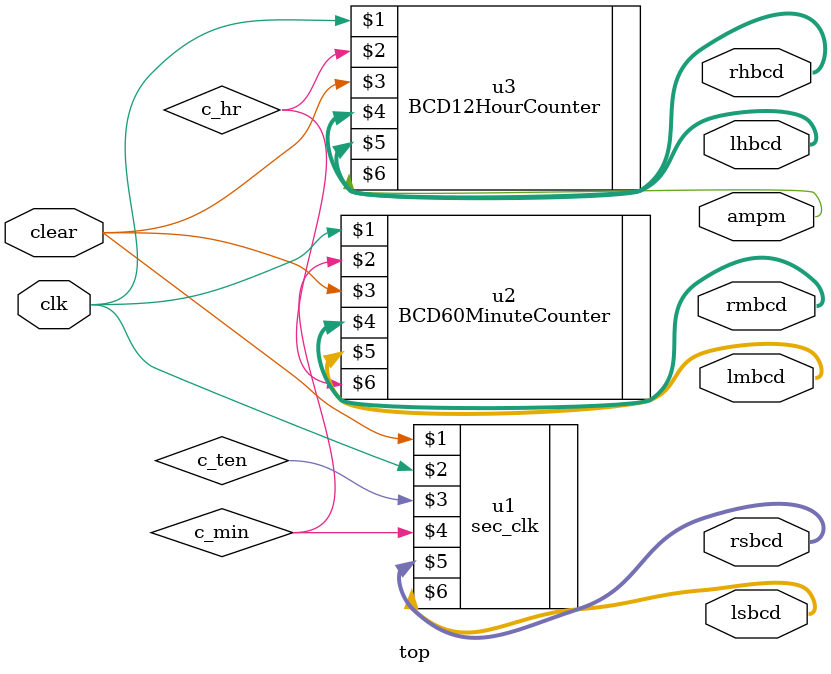
<source format=v>

module top
(
	input			clk,
	input			clear,
	output	[3:0]	rsbcd,
					lsbcd,
					rmbcd,
					lmbcd,
					rhbcd,
					lhbcd,
	output			ampm
);
wire c_ten, c_min, c_hr;
//why is c_ten output from sec_clk...?
sec_clk u1 (clear, clk, c_ten, c_min, rsbcd, lsbcd);
BCD60MinuteCounter u2(clk, c_min, clear, rmbcd, lmbcd, c_hr);
BCD12HourCounter u3(clk, c_hr, clear, rhbcd, lhbcd, ampm);
endmodule


</source>
